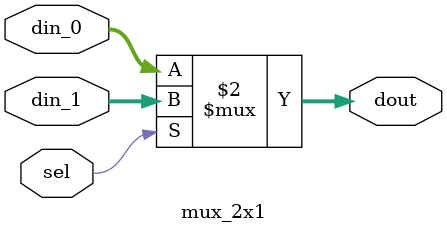
<source format=v>
module mux_2x1 #(
    parameter                       DATA_WIDTH = 32
) (
    output  reg [DATA_WIDTH-1:0]    dout,

    input       [DATA_WIDTH-1:0]    din_0,
    input       [DATA_WIDTH-1:0]    din_1,
    input                           sel
);
    always @(*) begin
        dout = (sel) ? din_1 : din_0;
    end
endmodule
</source>
